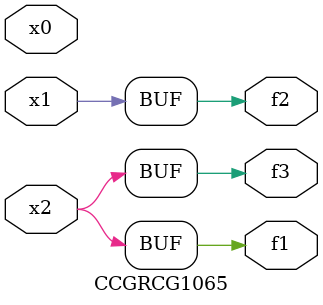
<source format=v>
module CCGRCG1065(
	input x0, x1, x2,
	output f1, f2, f3
);
	assign f1 = x2;
	assign f2 = x1;
	assign f3 = x2;
endmodule

</source>
